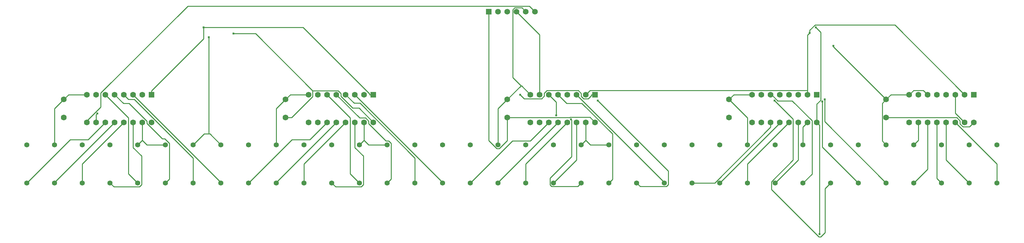
<source format=gbl>
G04 Layer: BottomLayer*
G04 EasyEDA v6.5.43, 2024-07-17 01:33:45*
G04 cb6e2e9fbd21486d88ae5690d2d3dc00,10*
G04 Gerber Generator version 0.2*
G04 Scale: 100 percent, Rotated: No, Reflected: No *
G04 Dimensions in inches *
G04 leading zeros omitted , absolute positions ,3 integer and 6 decimal *
%FSLAX36Y36*%
%MOIN*%

%ADD10C,0.0100*%
%ADD11C,0.0630*%
%ADD12C,0.0551*%
%ADD13R,0.0630X0.0630*%
%ADD14C,0.0620*%
%ADD15R,0.0620X0.0620*%
%ADD16C,0.0240*%
%ADD17C,0.0153*%

%LPD*%
D10*
X6350000Y1350000D02*
G01*
X6294809Y1405189D01*
X6079279Y1405189D01*
X6075670Y1401579D01*
X5400000Y1401579D01*
X3292700Y1692579D02*
G01*
X2674070Y2311210D01*
X2435060Y2311210D01*
X3000000Y1401579D02*
G01*
X3066400Y1401579D01*
X3292700Y1627880D01*
X3292700Y1692579D01*
X3950000Y1350000D02*
G01*
X3794290Y1505709D01*
X3726840Y1505709D01*
X3600000Y1632550D01*
X3600000Y1662570D01*
X3569989Y1692579D01*
X3292700Y1692579D01*
X8738059Y2379560D02*
G01*
X8792579Y2325039D01*
X8792579Y1590889D01*
X8750000Y1548310D01*
X8750000Y1350000D01*
X5200000Y2550000D02*
G01*
X5200000Y1151149D01*
X5286480Y1064670D01*
X5312820Y1064670D01*
X5400000Y1151849D01*
X5400000Y1401579D01*
X8750000Y1350000D02*
G01*
X8779440Y1320560D01*
X8779440Y138580D01*
X10450000Y1350000D02*
G01*
X10402200Y1302170D01*
X10330400Y1302170D01*
X10300000Y1332550D01*
X10300000Y1366199D01*
X10264600Y1401579D01*
X9500000Y1401579D01*
X8650000Y1695270D02*
G01*
X8650000Y2295870D01*
X8673469Y2319340D01*
X8650000Y1650000D02*
G01*
X8650000Y1695270D01*
X8650000Y1695270D02*
G01*
X6295270Y1695270D01*
X6250000Y1650000D01*
X10350000Y1650000D02*
G01*
X9593990Y2406010D01*
X8730659Y2406010D01*
X8673469Y2348820D01*
X8673469Y2319340D01*
X2166890Y1225390D02*
G01*
X2118699Y1225390D01*
X2000000Y1106689D01*
X2300000Y1106689D02*
G01*
X2181300Y1225390D01*
X2166890Y1225390D01*
X2166890Y1225390D02*
G01*
X2166890Y2271669D01*
X9500000Y1598429D02*
G01*
X8930000Y2168429D01*
X8930000Y2178000D01*
X9500000Y1598429D02*
G01*
X9457230Y1555659D01*
X9457230Y1149459D01*
X9500000Y1106689D01*
X3000000Y1598429D02*
G01*
X2900000Y1498429D01*
X2900000Y1106689D01*
X3250000Y1650000D02*
G01*
X3051570Y1650000D01*
X3000000Y1598429D01*
X5400000Y1598429D02*
G01*
X5300000Y1498429D01*
X5300000Y1106689D01*
X5547920Y1746350D02*
G01*
X5400000Y1598429D01*
X7800000Y1598429D02*
G01*
X8000000Y1398429D01*
X8000000Y1106689D01*
X8050000Y1650000D02*
G01*
X7851570Y1650000D01*
X7800000Y1598429D01*
X9750000Y1650000D02*
G01*
X9551570Y1650000D01*
X9500000Y1598429D01*
X500000Y1106689D02*
G01*
X500000Y1498429D01*
X600000Y1598429D01*
X1450000Y1156689D02*
G01*
X1400000Y1106689D01*
X1450000Y1350000D02*
G01*
X1450000Y1156689D01*
X1700000Y1106689D02*
G01*
X1500000Y1106689D01*
X1450000Y1156689D01*
X3850000Y1156689D02*
G01*
X3800000Y1106689D01*
X3850000Y1350000D02*
G01*
X3850000Y1156689D01*
X4100000Y1106689D02*
G01*
X3900000Y1106689D01*
X3850000Y1156689D01*
X6250000Y1156689D02*
G01*
X6200000Y1106689D01*
X6250000Y1350000D02*
G01*
X6250000Y1156689D01*
X6500000Y1106689D02*
G01*
X6300000Y1106689D01*
X6250000Y1156689D01*
X850000Y1650000D02*
G01*
X651570Y1650000D01*
X600000Y1598429D01*
X5650000Y1650000D02*
G01*
X5553649Y1746350D01*
X5547920Y1746350D01*
X5600000Y2550000D02*
G01*
X5557089Y2592910D01*
X5479210Y2592910D01*
X5457299Y2570999D01*
X5457299Y1836970D01*
X5547920Y1746350D01*
X8650000Y1350000D02*
G01*
X8600000Y1300000D01*
X8600000Y1106689D01*
X10350000Y1350000D02*
G01*
X10250000Y1450000D01*
X10250000Y1650000D01*
X9850000Y1350000D02*
G01*
X9850000Y1156689D01*
X9800000Y1106689D01*
X9950000Y1650000D02*
G01*
X9902590Y1697409D01*
X9797410Y1697409D01*
X9750000Y1650000D01*
X3950000Y1650000D02*
G01*
X3907500Y1650000D01*
X3907500Y1650000D02*
G01*
X3907500Y1660619D01*
X3188559Y2379560D01*
X2112520Y2379560D01*
X6350000Y1650000D02*
G01*
X6307500Y1650000D01*
X6307500Y1650000D02*
G01*
X6307500Y1639380D01*
X6274380Y1606260D01*
X6226289Y1606260D01*
X6200000Y1632550D01*
X6200000Y1662570D01*
X6168040Y1694529D01*
X5829099Y1694529D01*
X5800000Y1665430D01*
X5800000Y1636419D01*
X5771000Y1607420D01*
X5582219Y1607420D01*
X5539639Y1650000D01*
X1550000Y1692510D02*
G01*
X2112520Y2255030D01*
X2112520Y2379560D01*
X1550000Y1650000D02*
G01*
X1550000Y1692510D01*
X5700000Y2550000D02*
G01*
X5639880Y2610120D01*
X1941610Y2610120D01*
X1000000Y1668510D01*
X1000000Y1517120D01*
X850000Y1367120D01*
X850000Y1350000D01*
X1700000Y693310D02*
G01*
X1741419Y734729D01*
X1741419Y1123659D01*
X1691040Y1174040D01*
X1664229Y1174040D01*
X1500000Y1338270D01*
X1500000Y1362020D01*
X1306090Y1555929D01*
X1244070Y1555929D01*
X1150000Y1650000D01*
X3550000Y1650000D02*
G01*
X3800749Y1399250D01*
X3864189Y1399250D01*
X3900000Y1363440D01*
X3900000Y1336340D01*
X4086360Y1149980D01*
X4116509Y1149980D01*
X4142399Y1124090D01*
X4142399Y735709D01*
X4100000Y693310D01*
X8292690Y1585109D02*
G01*
X8493239Y1384560D01*
X8493239Y941280D01*
X8258779Y706819D01*
X8258779Y622010D01*
X8770349Y110439D01*
X8792720Y110439D01*
X8839040Y156759D01*
X8839040Y632350D01*
X8900000Y693310D01*
X8833789Y1600509D02*
G01*
X8833789Y1359520D01*
X9500000Y693310D01*
X8809690Y1575380D02*
G01*
X8809690Y1083620D01*
X9200000Y693310D01*
X8600000Y693310D02*
G01*
X8697550Y790859D01*
X8697550Y1368769D01*
X8482079Y1584239D01*
X8326189Y1584239D01*
X8260429Y1650000D01*
X8250000Y1650000D01*
X8300000Y693310D02*
G01*
X8550000Y943310D01*
X8550000Y1350000D01*
X8450000Y1350000D02*
G01*
X8000000Y900000D01*
X8000000Y693310D01*
X8350000Y1350000D02*
G01*
X8350000Y1343310D01*
X7700000Y693310D01*
X8250000Y1350000D02*
G01*
X8250000Y1297950D01*
X7645360Y693310D01*
X7400000Y693310D01*
X6500000Y693310D02*
G01*
X6538639Y731950D01*
X6538639Y1225419D01*
X6206390Y1557669D01*
X6042330Y1557669D01*
X5950000Y1650000D01*
X6088829Y1382120D02*
G01*
X6094409Y1376540D01*
X6094409Y979310D01*
X5860309Y745210D01*
X5860309Y671640D01*
X5877610Y654340D01*
X6161030Y654340D01*
X6200000Y693310D01*
X5850000Y1650000D02*
G01*
X5930000Y1570000D01*
X5930000Y1426999D01*
X6150000Y1350000D02*
G01*
X6150000Y943310D01*
X5900000Y693310D01*
X6050000Y1350000D02*
G01*
X5600000Y900000D01*
X5600000Y693310D01*
X5950000Y1350000D02*
G01*
X5300000Y700000D01*
X5300000Y693310D01*
X5850000Y1350000D02*
G01*
X5648980Y1148980D01*
X5455670Y1148980D01*
X5000000Y693310D01*
X3750000Y1650000D02*
G01*
X4700000Y700000D01*
X4700000Y693310D01*
X3800000Y693310D02*
G01*
X3700000Y793310D01*
X3700000Y1400000D01*
X3450000Y1650000D01*
X3500000Y693310D02*
G01*
X3542049Y651260D01*
X3818010Y651260D01*
X3842349Y675599D01*
X3842349Y985079D01*
X3750000Y1077429D01*
X3750000Y1350000D01*
X3650000Y1350000D02*
G01*
X3200000Y900000D01*
X3200000Y693310D01*
X3550000Y1350000D02*
G01*
X2900000Y700000D01*
X2900000Y693310D01*
X3450000Y1350000D02*
G01*
X3261080Y1161080D01*
X3067770Y1161080D01*
X2600000Y693310D01*
X1250000Y1650000D02*
G01*
X1300000Y1600000D01*
X1362389Y1600000D01*
X2000000Y962390D01*
X2000000Y693310D01*
X1100000Y693310D02*
G01*
X1142049Y651260D01*
X1418010Y651260D01*
X1442349Y675599D01*
X1442349Y985079D01*
X1350000Y1077429D01*
X1350000Y1350000D01*
X1250000Y1350000D02*
G01*
X800000Y900000D01*
X800000Y693310D01*
X1150000Y1350000D02*
G01*
X500000Y700000D01*
X500000Y693310D01*
X1050000Y1350000D02*
G01*
X861080Y1161080D01*
X667770Y1161080D01*
X200000Y693310D01*
X9950000Y1350000D02*
G01*
X9950000Y843310D01*
X9800000Y693310D01*
X10050000Y1350000D02*
G01*
X10050000Y743310D01*
X10100000Y693310D01*
X10150000Y1350000D02*
G01*
X10150000Y943310D01*
X10400000Y693310D01*
X10250000Y1350000D02*
G01*
X10700000Y900000D01*
X10700000Y693310D01*
X1400000Y693310D02*
G01*
X1300000Y793310D01*
X1300000Y1400000D01*
X1050000Y1650000D01*
X1350000Y1650000D02*
G01*
X2300000Y700000D01*
X2300000Y693310D01*
X3650000Y1650000D02*
G01*
X3742299Y1557699D01*
X3806319Y1557699D01*
X4400000Y964020D01*
X4400000Y693310D01*
X6377900Y1586869D02*
G01*
X7141009Y823760D01*
X7141009Y674479D01*
X7121189Y654659D01*
X6838649Y654659D01*
X6800000Y693310D01*
X6150000Y1650000D02*
G01*
X7100000Y700000D01*
X7100000Y693310D01*
X5500000Y2550000D02*
G01*
X5750000Y2300000D01*
X5750000Y1650000D01*
X950000Y1350000D02*
G01*
X950000Y1434499D01*
X961920Y1446419D01*
D11*
G01*
X600000Y1401579D03*
G01*
X600000Y1598429D03*
G01*
X3000000Y1401579D03*
G01*
X3000000Y1598429D03*
G01*
X5400000Y1401579D03*
G01*
X5400000Y1598429D03*
G01*
X7800000Y1401579D03*
G01*
X7800000Y1598429D03*
G01*
X9500000Y1401579D03*
G01*
X9500000Y1598429D03*
D12*
G01*
X200000Y693310D03*
G01*
X200000Y1106689D03*
G01*
X500000Y693310D03*
G01*
X500000Y1106689D03*
G01*
X800000Y693310D03*
G01*
X800000Y1106689D03*
G01*
X1100000Y693310D03*
G01*
X1100000Y1106689D03*
G01*
X1400000Y693310D03*
G01*
X1400000Y1106689D03*
G01*
X1700000Y693310D03*
G01*
X1700000Y1106689D03*
G01*
X2000000Y693310D03*
G01*
X2000000Y1106689D03*
G01*
X2300000Y693310D03*
G01*
X2300000Y1106689D03*
G01*
X2600000Y693310D03*
G01*
X2600000Y1106689D03*
G01*
X2900000Y693310D03*
G01*
X2900000Y1106689D03*
G01*
X3200000Y693310D03*
G01*
X3200000Y1106689D03*
G01*
X3500000Y693310D03*
G01*
X3500000Y1106689D03*
G01*
X3800000Y693310D03*
G01*
X3800000Y1106689D03*
G01*
X4100000Y693310D03*
G01*
X4100000Y1106689D03*
G01*
X4400000Y693310D03*
G01*
X4400000Y1106689D03*
G01*
X4700000Y693310D03*
G01*
X4700000Y1106689D03*
G01*
X5000000Y693310D03*
G01*
X5000000Y1106689D03*
G01*
X5300000Y693310D03*
G01*
X5300000Y1106689D03*
G01*
X5600000Y693310D03*
G01*
X5600000Y1106689D03*
G01*
X5900000Y693310D03*
G01*
X5900000Y1106689D03*
G01*
X6200000Y693310D03*
G01*
X6200000Y1106689D03*
G01*
X6500000Y693310D03*
G01*
X6500000Y1106689D03*
G01*
X6800000Y693310D03*
G01*
X6800000Y1106689D03*
G01*
X7100000Y693310D03*
G01*
X7100000Y1106689D03*
G01*
X7400000Y693310D03*
G01*
X7400000Y1106689D03*
G01*
X7700000Y693310D03*
G01*
X7700000Y1106689D03*
G01*
X8000000Y693310D03*
G01*
X8000000Y1106689D03*
G01*
X8300000Y693310D03*
G01*
X8300000Y1106689D03*
G01*
X8600000Y693310D03*
G01*
X8600000Y1106689D03*
G01*
X8900000Y693310D03*
G01*
X8900000Y1106689D03*
G01*
X9200000Y693310D03*
G01*
X9200000Y1106689D03*
G01*
X9500000Y693310D03*
G01*
X9500000Y1106689D03*
G01*
X9800000Y693310D03*
G01*
X9800000Y1106689D03*
G01*
X10100000Y693310D03*
G01*
X10100000Y1106689D03*
G01*
X10400000Y693310D03*
G01*
X10400000Y1106689D03*
G01*
X10700000Y693310D03*
G01*
X10700000Y1106689D03*
D11*
G01*
X1550000Y1350000D03*
G01*
X1450000Y1350000D03*
G01*
X1350000Y1350000D03*
G01*
X1250000Y1350000D03*
G01*
X1150000Y1350000D03*
G01*
X1050000Y1350000D03*
G01*
X950000Y1350000D03*
G01*
X850000Y1350000D03*
G01*
X850000Y1650000D03*
G01*
X950000Y1650000D03*
G01*
X1050000Y1650000D03*
G01*
X1150000Y1650000D03*
G01*
X1250000Y1650000D03*
G01*
X1350000Y1650000D03*
G01*
X1450000Y1650000D03*
D13*
G01*
X1550000Y1650000D03*
D11*
G01*
X3950000Y1350000D03*
G01*
X3850000Y1350000D03*
G01*
X3750000Y1350000D03*
G01*
X3650000Y1350000D03*
G01*
X3550000Y1350000D03*
G01*
X3450000Y1350000D03*
G01*
X3350000Y1350000D03*
G01*
X3250000Y1350000D03*
G01*
X3250000Y1650000D03*
G01*
X3350000Y1650000D03*
G01*
X3450000Y1650000D03*
G01*
X3550000Y1650000D03*
G01*
X3650000Y1650000D03*
G01*
X3750000Y1650000D03*
G01*
X3850000Y1650000D03*
D13*
G01*
X3950000Y1650000D03*
D11*
G01*
X6350000Y1350000D03*
G01*
X6250000Y1350000D03*
G01*
X6150000Y1350000D03*
G01*
X6050000Y1350000D03*
G01*
X5950000Y1350000D03*
G01*
X5850000Y1350000D03*
G01*
X5750000Y1350000D03*
G01*
X5650000Y1350000D03*
G01*
X5650000Y1650000D03*
G01*
X5750000Y1650000D03*
G01*
X5850000Y1650000D03*
G01*
X5950000Y1650000D03*
G01*
X6050000Y1650000D03*
G01*
X6150000Y1650000D03*
G01*
X6250000Y1650000D03*
D13*
G01*
X6350000Y1650000D03*
D11*
G01*
X8750000Y1350000D03*
G01*
X8650000Y1350000D03*
G01*
X8550000Y1350000D03*
G01*
X8450000Y1350000D03*
G01*
X8350000Y1350000D03*
G01*
X8250000Y1350000D03*
G01*
X8150000Y1350000D03*
G01*
X8050000Y1350000D03*
G01*
X8050000Y1650000D03*
G01*
X8150000Y1650000D03*
G01*
X8250000Y1650000D03*
G01*
X8350000Y1650000D03*
G01*
X8450000Y1650000D03*
G01*
X8550000Y1650000D03*
G01*
X8650000Y1650000D03*
D13*
G01*
X8750000Y1650000D03*
D11*
G01*
X10450000Y1350000D03*
G01*
X10350000Y1350000D03*
G01*
X10250000Y1350000D03*
G01*
X10150000Y1350000D03*
G01*
X10050000Y1350000D03*
G01*
X9950000Y1350000D03*
G01*
X9850000Y1350000D03*
G01*
X9750000Y1350000D03*
G01*
X9750000Y1650000D03*
G01*
X9850000Y1650000D03*
G01*
X9950000Y1650000D03*
G01*
X10050000Y1650000D03*
G01*
X10150000Y1650000D03*
G01*
X10250000Y1650000D03*
G01*
X10350000Y1650000D03*
D13*
G01*
X10450000Y1650000D03*
D14*
G01*
X5700000Y2550000D03*
G01*
X5600000Y2550000D03*
G01*
X5500000Y2550000D03*
G01*
X5400000Y2550000D03*
G01*
X5300000Y2550000D03*
D15*
G01*
X5200000Y2550000D03*
D16*
G01*
X8738059Y2379560D03*
G01*
X2435060Y2311210D03*
G01*
X8779440Y138580D03*
G01*
X8673469Y2319340D03*
G01*
X2166890Y2271669D03*
G01*
X8930000Y2178000D03*
G01*
X5539639Y1650000D03*
G01*
X2112520Y2379560D03*
G01*
X8292690Y1585109D03*
G01*
X8833789Y1600509D03*
G01*
X8809690Y1575380D03*
G01*
X6088829Y1382120D03*
G01*
X5930000Y1426999D03*
G01*
X6377900Y1586869D03*
G01*
X961920Y1446419D03*
M02*

</source>
